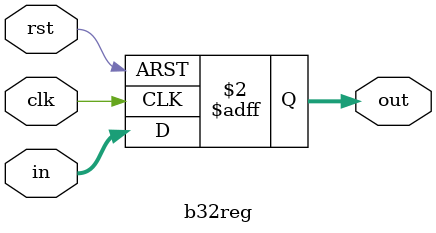
<source format=sv>
`timescale 1ns/1ns

module b32reg(input [31:0] in, input clk, rst, output reg [31:0] out);
  always@(posedge clk, posedge rst) begin
    if(rst)
      out = 31'b0;
    else
      out <= in;
  end
endmodule


</source>
